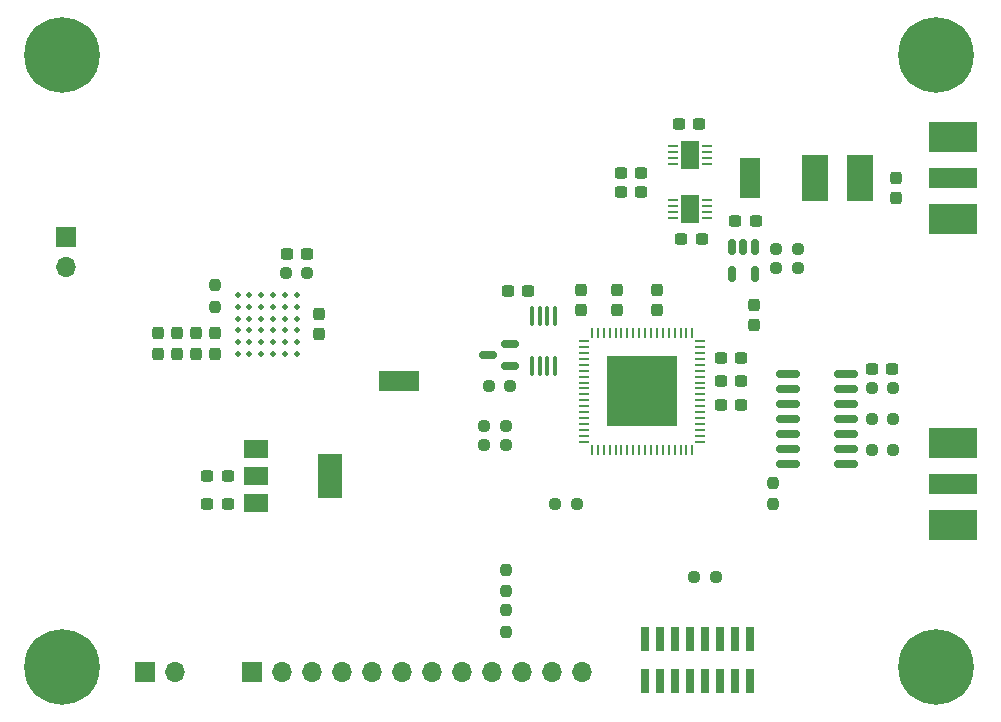
<source format=gbr>
%TF.GenerationSoftware,KiCad,Pcbnew,6.0.6-3a73a75311~116~ubuntu20.04.1*%
%TF.CreationDate,2022-09-22T10:05:32+01:00*%
%TF.ProjectId,UFOMothership,55464f4d-6f74-4686-9572-736869702e6b,rev?*%
%TF.SameCoordinates,Original*%
%TF.FileFunction,Soldermask,Top*%
%TF.FilePolarity,Negative*%
%FSLAX46Y46*%
G04 Gerber Fmt 4.6, Leading zero omitted, Abs format (unit mm)*
G04 Created by KiCad (PCBNEW 6.0.6-3a73a75311~116~ubuntu20.04.1) date 2022-09-22 10:05:32*
%MOMM*%
%LPD*%
G01*
G04 APERTURE LIST*
G04 Aperture macros list*
%AMRoundRect*
0 Rectangle with rounded corners*
0 $1 Rounding radius*
0 $2 $3 $4 $5 $6 $7 $8 $9 X,Y pos of 4 corners*
0 Add a 4 corners polygon primitive as box body*
4,1,4,$2,$3,$4,$5,$6,$7,$8,$9,$2,$3,0*
0 Add four circle primitives for the rounded corners*
1,1,$1+$1,$2,$3*
1,1,$1+$1,$4,$5*
1,1,$1+$1,$6,$7*
1,1,$1+$1,$8,$9*
0 Add four rect primitives between the rounded corners*
20,1,$1+$1,$2,$3,$4,$5,0*
20,1,$1+$1,$4,$5,$6,$7,0*
20,1,$1+$1,$6,$7,$8,$9,0*
20,1,$1+$1,$8,$9,$2,$3,0*%
G04 Aperture macros list end*
%ADD10RoundRect,0.237500X-0.300000X-0.237500X0.300000X-0.237500X0.300000X0.237500X-0.300000X0.237500X0*%
%ADD11RoundRect,0.237500X0.237500X-0.300000X0.237500X0.300000X-0.237500X0.300000X-0.237500X-0.300000X0*%
%ADD12RoundRect,0.237500X0.300000X0.237500X-0.300000X0.237500X-0.300000X-0.237500X0.300000X-0.237500X0*%
%ADD13RoundRect,0.237500X-0.237500X0.300000X-0.237500X-0.300000X0.237500X-0.300000X0.237500X0.300000X0*%
%ADD14R,3.400000X1.800000*%
%ADD15R,1.800000X3.400000*%
%ADD16R,0.750000X2.100000*%
%ADD17C,0.800000*%
%ADD18C,6.400000*%
%ADD19RoundRect,0.237500X-0.237500X0.250000X-0.237500X-0.250000X0.237500X-0.250000X0.237500X0.250000X0*%
%ADD20RoundRect,0.237500X-0.250000X-0.237500X0.250000X-0.237500X0.250000X0.237500X-0.250000X0.237500X0*%
%ADD21R,1.700000X1.700000*%
%ADD22O,1.700000X1.700000*%
%ADD23C,0.500000*%
%ADD24R,4.190000X1.780000*%
%ADD25R,4.190000X2.665000*%
%ADD26RoundRect,0.100000X0.100000X-0.712500X0.100000X0.712500X-0.100000X0.712500X-0.100000X-0.712500X0*%
%ADD27RoundRect,0.062500X0.375000X0.062500X-0.375000X0.062500X-0.375000X-0.062500X0.375000X-0.062500X0*%
%ADD28RoundRect,0.062500X0.062500X0.375000X-0.062500X0.375000X-0.062500X-0.375000X0.062500X-0.375000X0*%
%ADD29R,6.000000X6.000000*%
%ADD30RoundRect,0.150000X0.587500X0.150000X-0.587500X0.150000X-0.587500X-0.150000X0.587500X-0.150000X0*%
%ADD31RoundRect,0.062500X0.362500X0.062500X-0.362500X0.062500X-0.362500X-0.062500X0.362500X-0.062500X0*%
%ADD32R,1.650000X2.380000*%
%ADD33RoundRect,0.150000X-0.825000X-0.150000X0.825000X-0.150000X0.825000X0.150000X-0.825000X0.150000X0*%
%ADD34RoundRect,0.150000X-0.150000X0.512500X-0.150000X-0.512500X0.150000X-0.512500X0.150000X0.512500X0*%
%ADD35RoundRect,0.237500X0.250000X0.237500X-0.250000X0.237500X-0.250000X-0.237500X0.250000X-0.237500X0*%
%ADD36R,2.200000X3.900000*%
%ADD37R,2.000000X1.500000*%
%ADD38R,2.000000X3.800000*%
G04 APERTURE END LIST*
D10*
%TO.C,C23*%
X188000000Y-86000000D03*
X189725000Y-86000000D03*
%TD*%
D11*
%TO.C,C22*%
X182600000Y-77999999D03*
X182600000Y-76274999D03*
%TD*%
%TO.C,C21*%
X176200000Y-77999999D03*
X176200000Y-76274999D03*
%TD*%
D10*
%TO.C,C20*%
X188000000Y-84000000D03*
X189725000Y-84000000D03*
%TD*%
D11*
%TO.C,C19*%
X179200000Y-77999999D03*
X179200000Y-76274999D03*
%TD*%
D10*
%TO.C,C18*%
X188000000Y-82000000D03*
X189725000Y-82000000D03*
%TD*%
D12*
%TO.C,C17*%
X181262500Y-68000000D03*
X179537500Y-68000000D03*
%TD*%
%TO.C,C16*%
X181262500Y-66400000D03*
X179537500Y-66400000D03*
%TD*%
D10*
%TO.C,C15*%
X200800000Y-83000000D03*
X202525000Y-83000000D03*
%TD*%
D13*
%TO.C,C14*%
X190800000Y-79262500D03*
X190800000Y-77537500D03*
%TD*%
D12*
%TO.C,C13*%
X171725001Y-76400000D03*
X170000001Y-76400000D03*
%TD*%
%TO.C,C12*%
X186399999Y-72000000D03*
X184674999Y-72000000D03*
%TD*%
D10*
%TO.C,C11*%
X184475000Y-62200000D03*
X186200000Y-62200000D03*
%TD*%
D14*
%TO.C,TP2*%
X160800000Y-84000000D03*
%TD*%
D15*
%TO.C,TP1*%
X190512500Y-66800000D03*
%TD*%
D16*
%TO.C,J7*%
X181555000Y-105800000D03*
X181555000Y-109400000D03*
X182825000Y-105800000D03*
X182825000Y-109400000D03*
X184095000Y-105800000D03*
X184095000Y-109400000D03*
X185365000Y-105800000D03*
X185365000Y-109400000D03*
X186635000Y-105800000D03*
X186635000Y-109400000D03*
X187905000Y-105800000D03*
X187905000Y-109400000D03*
X189175000Y-105800000D03*
X189175000Y-109400000D03*
X190445000Y-105800000D03*
X190445000Y-109400000D03*
%TD*%
D17*
%TO.C,REF\u002A\u002A*%
X206200000Y-110600000D03*
D18*
X206200000Y-108200000D03*
D17*
X207897056Y-106502944D03*
X204502944Y-106502944D03*
X207897056Y-109897056D03*
X204502944Y-109897056D03*
X203800000Y-108200000D03*
X206200000Y-105800000D03*
X208600000Y-108200000D03*
%TD*%
D18*
%TO.C,REF\u002A\u002A*%
X206200000Y-56400000D03*
D17*
X207897056Y-54702944D03*
X204502944Y-58097056D03*
X207897056Y-58097056D03*
X208600000Y-56400000D03*
X206200000Y-58800000D03*
X206200000Y-54000000D03*
X204502944Y-54702944D03*
X203800000Y-56400000D03*
%TD*%
D19*
%TO.C,R7*%
X145200000Y-75887500D03*
X145200000Y-77712500D03*
%TD*%
D20*
%TO.C,R9*%
X192687500Y-74400000D03*
X194512500Y-74400000D03*
%TD*%
D21*
%TO.C,J6*%
X139260000Y-108600000D03*
D22*
X141800000Y-108600000D03*
%TD*%
D23*
%TO.C,U1*%
X147100000Y-76700000D03*
X148100000Y-76700000D03*
X149100000Y-76700000D03*
X150100000Y-76700000D03*
X151100000Y-76700000D03*
X152100000Y-76700000D03*
X147100000Y-77700000D03*
X148100000Y-77700000D03*
X149100000Y-77700000D03*
X150100000Y-77700000D03*
X151100000Y-77700000D03*
X152100000Y-77700000D03*
X147100000Y-78700000D03*
X148100000Y-78700000D03*
X149100000Y-78700000D03*
X150100000Y-78700000D03*
X151100000Y-78700000D03*
X152100000Y-78700000D03*
X147100000Y-79700000D03*
X148100000Y-79700000D03*
X149100000Y-79700000D03*
X150100000Y-79700000D03*
X151100000Y-79700000D03*
X152100000Y-79700000D03*
X147100000Y-80700000D03*
X148100000Y-80700000D03*
X149100000Y-80700000D03*
X150100000Y-80700000D03*
X151100000Y-80700000D03*
X152100000Y-80700000D03*
X147100000Y-81700000D03*
X148100000Y-81700000D03*
X149100000Y-81700000D03*
X150100000Y-81700000D03*
X151100000Y-81700000D03*
X152100000Y-81700000D03*
%TD*%
D24*
%TO.C,J4*%
X207665000Y-66800000D03*
D25*
X207665000Y-70292500D03*
X207665000Y-63307500D03*
%TD*%
D17*
%TO.C,REF\u002A\u002A*%
X130502944Y-106502944D03*
X130502944Y-109897056D03*
X134600000Y-108200000D03*
X133897056Y-106502944D03*
X132200000Y-105800000D03*
X133897056Y-109897056D03*
D18*
X132200000Y-108200000D03*
D17*
X132200000Y-110600000D03*
X129800000Y-108200000D03*
%TD*%
D26*
%TO.C,U2*%
X172025000Y-82712500D03*
X172675000Y-82712500D03*
X173325000Y-82712500D03*
X173975000Y-82712500D03*
X173975000Y-78487500D03*
X173325000Y-78487500D03*
X172675000Y-78487500D03*
X172025000Y-78487500D03*
%TD*%
D20*
%TO.C,R3*%
X167975000Y-87800000D03*
X169800000Y-87800000D03*
%TD*%
%TO.C,R8*%
X168375000Y-84387500D03*
X170200000Y-84387500D03*
%TD*%
D12*
%TO.C,C3*%
X153000000Y-73200000D03*
X151275000Y-73200000D03*
%TD*%
D19*
%TO.C,R10*%
X169800000Y-103375000D03*
X169800000Y-105200000D03*
%TD*%
D27*
%TO.C,U3*%
X186287500Y-89112500D03*
X186287500Y-88612500D03*
X186287500Y-88112500D03*
X186287500Y-87612500D03*
X186287500Y-87112500D03*
X186287500Y-86612500D03*
X186287500Y-86112500D03*
X186287500Y-85612500D03*
X186287500Y-85112500D03*
X186287500Y-84612500D03*
X186287500Y-84112500D03*
X186287500Y-83612500D03*
X186287500Y-83112500D03*
X186287500Y-82612500D03*
X186287500Y-82112500D03*
X186287500Y-81612500D03*
X186287500Y-81112500D03*
X186287500Y-80612500D03*
D28*
X185600000Y-79925000D03*
X185100000Y-79925000D03*
X184600000Y-79925000D03*
X184100000Y-79925000D03*
X183600000Y-79925000D03*
X183100000Y-79925000D03*
X182600000Y-79925000D03*
X182100000Y-79925000D03*
X181600000Y-79925000D03*
X181100000Y-79925000D03*
X180600000Y-79925000D03*
X180100000Y-79925000D03*
X179600000Y-79925000D03*
X179100000Y-79925000D03*
X178600000Y-79925000D03*
X178100000Y-79925000D03*
X177600000Y-79925000D03*
X177100000Y-79925000D03*
D27*
X176412500Y-80612500D03*
X176412500Y-81112500D03*
X176412500Y-81612500D03*
X176412500Y-82112500D03*
X176412500Y-82612500D03*
X176412500Y-83112500D03*
X176412500Y-83612500D03*
X176412500Y-84112500D03*
X176412500Y-84612500D03*
X176412500Y-85112500D03*
X176412500Y-85612500D03*
X176412500Y-86112500D03*
X176412500Y-86612500D03*
X176412500Y-87112500D03*
X176412500Y-87612500D03*
X176412500Y-88112500D03*
X176412500Y-88612500D03*
X176412500Y-89112500D03*
D28*
X177100000Y-89800000D03*
X177600000Y-89800000D03*
X178100000Y-89800000D03*
X178600000Y-89800000D03*
X179100000Y-89800000D03*
X179600000Y-89800000D03*
X180100000Y-89800000D03*
X180600000Y-89800000D03*
X181100000Y-89800000D03*
X181600000Y-89800000D03*
X182100000Y-89800000D03*
X182600000Y-89800000D03*
X183100000Y-89800000D03*
X183600000Y-89800000D03*
X184100000Y-89800000D03*
X184600000Y-89800000D03*
X185100000Y-89800000D03*
X185600000Y-89800000D03*
D29*
X181350000Y-84862500D03*
%TD*%
D20*
%TO.C,R15*%
X200800000Y-84600000D03*
X202625000Y-84600000D03*
%TD*%
D21*
%TO.C,J2*%
X148280000Y-108600000D03*
D22*
X150820000Y-108600000D03*
X153360000Y-108600000D03*
X155900000Y-108600000D03*
X158440000Y-108600000D03*
X160980000Y-108600000D03*
X163520000Y-108600000D03*
X166060000Y-108600000D03*
X168600000Y-108600000D03*
X171140000Y-108600000D03*
X173680000Y-108600000D03*
X176220000Y-108600000D03*
%TD*%
D11*
%TO.C,C4*%
X142000000Y-81662500D03*
X142000000Y-79937500D03*
%TD*%
D12*
%TO.C,C5*%
X146262500Y-92000000D03*
X144537500Y-92000000D03*
%TD*%
D30*
%TO.C,U6*%
X170137500Y-82737500D03*
X170137500Y-80837500D03*
X168262500Y-81787500D03*
%TD*%
D12*
%TO.C,C2*%
X146262500Y-94400000D03*
X144537500Y-94400000D03*
%TD*%
D17*
%TO.C,REF\u002A\u002A*%
X130502944Y-54702944D03*
X132200000Y-58800000D03*
X134600000Y-56400000D03*
X133897056Y-58097056D03*
D18*
X132200000Y-56400000D03*
D17*
X133897056Y-54702944D03*
X132200000Y-54000000D03*
X129800000Y-56400000D03*
X130502944Y-58097056D03*
%TD*%
D13*
%TO.C,C10*%
X202800000Y-66800000D03*
X202800000Y-68525000D03*
%TD*%
D21*
%TO.C,J1*%
X132600000Y-71800000D03*
D22*
X132600000Y-74340000D03*
%TD*%
D20*
%TO.C,R2*%
X167975000Y-89400000D03*
X169800000Y-89400000D03*
%TD*%
D11*
%TO.C,C6*%
X140400000Y-81662500D03*
X140400000Y-79937500D03*
%TD*%
D20*
%TO.C,R14*%
X200800000Y-87200000D03*
X202625000Y-87200000D03*
%TD*%
D31*
%TO.C,U9*%
X186850000Y-70150000D03*
X186850000Y-69650000D03*
X186850000Y-69150000D03*
X186850000Y-68650000D03*
X183950000Y-68650000D03*
X183950000Y-69150000D03*
X183950000Y-69650000D03*
X183950000Y-70150000D03*
D32*
X185400000Y-69400000D03*
%TD*%
D33*
%TO.C,U5*%
X193675001Y-83352500D03*
X193675001Y-84622500D03*
X193675001Y-85892500D03*
X193675001Y-87162500D03*
X193675001Y-88432500D03*
X193675001Y-89702500D03*
X193675001Y-90972500D03*
X198625001Y-90972500D03*
X198625001Y-89702500D03*
X198625001Y-88432500D03*
X198625001Y-87162500D03*
X198625001Y-85892500D03*
X198625001Y-84622500D03*
X198625001Y-83352500D03*
%TD*%
D20*
%TO.C,R13*%
X200800000Y-89800000D03*
X202625000Y-89800000D03*
%TD*%
D34*
%TO.C,U7*%
X190862501Y-72662500D03*
X189912501Y-72662500D03*
X188962501Y-72662500D03*
X188962501Y-74937500D03*
X190862501Y-74937500D03*
%TD*%
D35*
%TO.C,R16*%
X194512500Y-72800000D03*
X192687500Y-72800000D03*
%TD*%
D24*
%TO.C,J3*%
X207665000Y-92707500D03*
D25*
X207665000Y-89215000D03*
X207665000Y-96200000D03*
%TD*%
D20*
%TO.C,R1*%
X173975000Y-94400000D03*
X175800000Y-94400000D03*
%TD*%
D11*
%TO.C,C7*%
X145200000Y-81662500D03*
X145200000Y-79937500D03*
%TD*%
D19*
%TO.C,R12*%
X192400000Y-92600000D03*
X192400000Y-94425000D03*
%TD*%
D10*
%TO.C,C9*%
X189250001Y-70400000D03*
X190975001Y-70400000D03*
%TD*%
D31*
%TO.C,U8*%
X186849999Y-65600001D03*
X186849999Y-65100001D03*
X186849999Y-64600001D03*
X186849999Y-64100001D03*
X183949999Y-64100001D03*
X183949999Y-64600001D03*
X183949999Y-65100001D03*
X183949999Y-65600001D03*
D32*
X185399999Y-64850001D03*
%TD*%
D13*
%TO.C,C1*%
X154000000Y-78274999D03*
X154000000Y-79999999D03*
%TD*%
D11*
%TO.C,C8*%
X143600000Y-81662500D03*
X143600000Y-79937500D03*
%TD*%
D19*
%TO.C,R11*%
X169800000Y-99975000D03*
X169800000Y-101800000D03*
%TD*%
D20*
%TO.C,R4*%
X185775000Y-100600000D03*
X187600000Y-100600000D03*
%TD*%
D36*
%TO.C,L1*%
X196000000Y-66800000D03*
X199800000Y-66800000D03*
%TD*%
D20*
%TO.C,R6*%
X151175000Y-74800000D03*
X153000000Y-74800000D03*
%TD*%
D37*
%TO.C,U4*%
X148650000Y-89700000D03*
X148650000Y-92000000D03*
D38*
X154950000Y-92000000D03*
D37*
X148650000Y-94300000D03*
%TD*%
M02*

</source>
